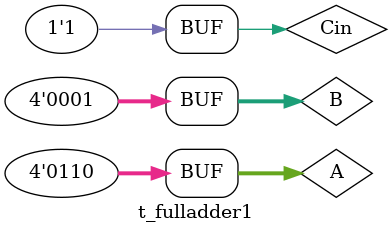
<source format=v>
`timescale 1ns / 1ps


module t_fulladder1;
reg [3:0] A, B;
reg Cin;
// outputs
wire [3:0] S;
wire Cout;
// Instantiate the Unit // Under Test (UUT)
fulladder1 uut(
.A(A),
.B(B),
.Cin(Cin), .S(S),
.Cout(Cout));
initial begin
// Initialize Inputs
A = 0; B = 0; Cin = 0;
// Wait 100 ns for global // reset to finish
#100;
// Add stimulus here
A = 4'b0101; B = 4'b1010; #50;
A = 4'b1111; B = 4'b0001; #50;
A = 4'b0000; B = 4'b1111; Cin = 1'b1;
#50;
A = 4'b0110; B = 4'b0001;
end 
endmodule

</source>
